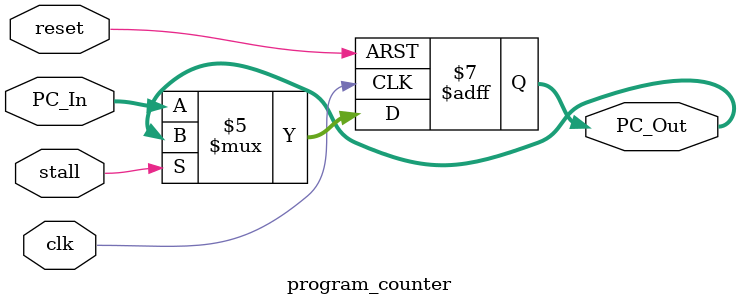
<source format=sv>
module program_counter(
  input [63:0] PC_In,
  input clk,
  input reset,
  input stall, 
  output reg [63:0] PC_Out);
  
  always @(posedge clk or posedge reset)
    begin
      if (reset==1'b1)
        begin        
          PC_Out = 64'd0;
        end
      else if (stall == 1'b0) 
        begin 
          PC_Out = PC_In;
        end
    end
endmodule


</source>
